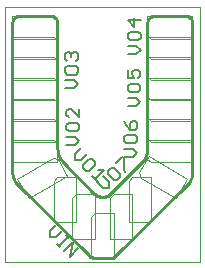
<source format=gto>
G75*
%MOIN*%
%OFA0B0*%
%FSLAX24Y24*%
%IPPOS*%
%LPD*%
%AMOC8*
5,1,8,0,0,1.08239X$1,22.5*
%
%ADD10C,0.0000*%
%ADD11C,0.0100*%
%ADD12C,0.0040*%
%ADD13C,0.0080*%
D10*
X002392Y002517D02*
X002392Y011017D01*
X008892Y011017D01*
X008892Y002517D01*
X002392Y002517D01*
D11*
X002793Y005116D02*
X005185Y002724D01*
X005382Y002642D02*
X005943Y002642D01*
X006068Y002693D02*
X008495Y005120D01*
X008642Y005474D02*
X008642Y010479D01*
X008641Y010479D02*
X008639Y010506D01*
X008634Y010533D01*
X008626Y010559D01*
X008615Y010584D01*
X008601Y010607D01*
X008584Y010628D01*
X008565Y010647D01*
X008544Y010664D01*
X008521Y010678D01*
X008496Y010689D01*
X008470Y010697D01*
X008443Y010702D01*
X008416Y010704D01*
X007367Y010704D01*
X007340Y010702D01*
X007313Y010697D01*
X007287Y010689D01*
X007262Y010678D01*
X007239Y010664D01*
X007218Y010647D01*
X007199Y010628D01*
X007182Y010607D01*
X007168Y010584D01*
X007157Y010559D01*
X007149Y010533D01*
X007144Y010506D01*
X007142Y010479D01*
X007142Y006276D01*
X006959Y005834D02*
X005907Y004782D01*
X005880Y004757D01*
X005850Y004735D01*
X005819Y004716D01*
X005786Y004701D01*
X005751Y004688D01*
X005715Y004679D01*
X005679Y004674D01*
X005642Y004672D01*
X005605Y004674D01*
X005569Y004679D01*
X005533Y004688D01*
X005498Y004701D01*
X005465Y004716D01*
X005434Y004735D01*
X005404Y004757D01*
X005377Y004782D01*
X004364Y005794D01*
X004142Y006332D02*
X004142Y010479D01*
X004141Y010479D02*
X004139Y010506D01*
X004134Y010533D01*
X004126Y010559D01*
X004115Y010584D01*
X004101Y010607D01*
X004084Y010628D01*
X004065Y010647D01*
X004044Y010664D01*
X004021Y010678D01*
X003996Y010689D01*
X003970Y010697D01*
X003943Y010702D01*
X003916Y010704D01*
X002867Y010704D01*
X002840Y010702D01*
X002813Y010697D01*
X002787Y010689D01*
X002762Y010678D01*
X002739Y010664D01*
X002718Y010647D01*
X002699Y010628D01*
X002682Y010607D01*
X002668Y010584D01*
X002657Y010559D01*
X002649Y010533D01*
X002644Y010506D01*
X002642Y010479D01*
X002642Y005480D01*
X002644Y005440D01*
X002648Y005399D01*
X002656Y005360D01*
X002667Y005321D01*
X002681Y005283D01*
X002698Y005246D01*
X002718Y005211D01*
X002740Y005177D01*
X002765Y005146D01*
X002793Y005116D01*
X004365Y005795D02*
X004328Y005834D01*
X004294Y005877D01*
X004263Y005921D01*
X004235Y005968D01*
X004211Y006016D01*
X004190Y006066D01*
X004173Y006118D01*
X004159Y006170D01*
X004150Y006224D01*
X004144Y006278D01*
X004142Y006332D01*
X006959Y005834D02*
X006992Y005870D01*
X007023Y005909D01*
X007050Y005949D01*
X007074Y005992D01*
X007094Y006037D01*
X007111Y006083D01*
X007125Y006130D01*
X007134Y006178D01*
X007140Y006227D01*
X007142Y006276D01*
X008642Y005474D02*
X008640Y005430D01*
X008634Y005387D01*
X008625Y005345D01*
X008612Y005303D01*
X008595Y005263D01*
X008575Y005224D01*
X008552Y005187D01*
X008525Y005153D01*
X008496Y005120D01*
X006068Y002693D02*
X006051Y002678D01*
X006031Y002665D01*
X006011Y002654D01*
X005989Y002647D01*
X005966Y002643D01*
X005943Y002641D01*
X005382Y002641D02*
X005351Y002643D01*
X005320Y002648D01*
X005290Y002657D01*
X005261Y002669D01*
X005233Y002684D01*
X005207Y002702D01*
X005184Y002723D01*
D12*
X005267Y002642D02*
X005267Y004017D01*
X005392Y004142D01*
X006017Y004142D01*
X006017Y002642D01*
X005267Y002642D01*
X005392Y003267D02*
X004642Y003267D01*
X004642Y004642D01*
X004767Y004767D01*
X005392Y004767D01*
X005392Y003267D01*
X005892Y003267D02*
X005892Y004642D01*
X006017Y004767D01*
X006642Y004767D01*
X006642Y003267D01*
X005892Y003267D01*
X006517Y003829D02*
X006517Y005204D01*
X006642Y005329D01*
X007267Y005329D01*
X007267Y003829D01*
X006517Y003829D01*
X006913Y005317D02*
X006867Y005488D01*
X007180Y006029D01*
X008479Y005279D01*
X008104Y004629D01*
X006913Y005317D01*
X007267Y005829D02*
X007142Y005954D01*
X007142Y006579D01*
X008642Y006579D01*
X008642Y005829D01*
X007267Y005829D01*
X007267Y006517D02*
X007142Y006642D01*
X007142Y007267D01*
X008642Y007267D01*
X008642Y006517D01*
X007267Y006517D01*
X007267Y007204D02*
X007142Y007329D01*
X007142Y007954D01*
X008642Y007954D01*
X008642Y007204D01*
X007267Y007204D01*
X007267Y007892D02*
X007142Y008017D01*
X007142Y008642D01*
X008642Y008642D01*
X008642Y007892D01*
X007267Y007892D01*
X007267Y008579D02*
X007142Y008704D01*
X007142Y009329D01*
X008642Y009329D01*
X008642Y008579D01*
X007267Y008579D01*
X007267Y009267D02*
X007142Y009392D01*
X007142Y010017D01*
X008642Y010017D01*
X008642Y009267D01*
X007267Y009267D01*
X007267Y009954D02*
X007142Y010079D01*
X007142Y010704D01*
X008642Y010704D01*
X008642Y009954D01*
X007267Y009954D01*
X004142Y009954D02*
X002642Y009954D01*
X002642Y010704D01*
X004017Y010704D01*
X004142Y010579D01*
X004142Y009954D01*
X004142Y009892D02*
X004017Y010017D01*
X002642Y010017D01*
X002642Y009267D01*
X004142Y009267D01*
X004142Y009892D01*
X004017Y009329D02*
X004142Y009204D01*
X004142Y008579D01*
X002642Y008579D01*
X002642Y009329D01*
X004017Y009329D01*
X004017Y008642D02*
X004142Y008517D01*
X004142Y007892D01*
X002642Y007892D01*
X002642Y008642D01*
X004017Y008642D01*
X004017Y007954D02*
X004142Y007829D01*
X004142Y007204D01*
X002642Y007204D01*
X002642Y007954D01*
X004017Y007954D01*
X004017Y007267D02*
X004142Y007142D01*
X004142Y006517D01*
X002642Y006517D01*
X002642Y007267D01*
X004017Y007267D01*
X004017Y006579D02*
X004142Y006454D01*
X004142Y005829D01*
X002642Y005829D01*
X002642Y006579D01*
X004017Y006579D01*
X003995Y005966D02*
X004166Y005921D01*
X004479Y005379D01*
X003180Y004629D01*
X002805Y005279D01*
X003995Y005966D01*
X004142Y005329D02*
X004017Y005204D01*
X004017Y003829D01*
X004767Y003829D01*
X004767Y005329D01*
X004142Y005329D01*
D13*
X004735Y005918D02*
X004933Y005918D01*
X005131Y006116D01*
X004933Y006314D02*
X004735Y006116D01*
X004735Y005918D01*
X005011Y005741D02*
X005011Y005642D01*
X005110Y005542D01*
X005209Y005542D01*
X005407Y005741D01*
X005407Y005840D01*
X005308Y005939D01*
X005209Y005939D01*
X005011Y005741D01*
X005287Y005366D02*
X005485Y005167D01*
X005460Y005165D02*
X005658Y004967D01*
X005856Y004967D01*
X005856Y005165D01*
X005658Y005363D01*
X005835Y005441D02*
X006033Y005243D01*
X006132Y005243D01*
X006231Y005342D01*
X006231Y005441D01*
X006033Y005639D01*
X005934Y005639D01*
X005835Y005540D01*
X005835Y005441D01*
X005683Y005564D02*
X005386Y005266D01*
X005485Y005564D02*
X005683Y005564D01*
X006111Y005816D02*
X006309Y006015D01*
X006359Y005965D01*
X006359Y005569D01*
X006408Y005519D01*
X006369Y005994D02*
X006649Y005994D01*
X006789Y006134D01*
X006649Y006274D01*
X006369Y006274D01*
X006439Y006455D02*
X006719Y006455D01*
X006789Y006525D01*
X006789Y006665D01*
X006719Y006735D01*
X006439Y006735D01*
X006369Y006665D01*
X006369Y006525D01*
X006439Y006455D01*
X006579Y006915D02*
X006579Y007125D01*
X006649Y007195D01*
X006719Y007195D01*
X006789Y007125D01*
X006789Y006985D01*
X006719Y006915D01*
X006579Y006915D01*
X006439Y007055D01*
X006369Y007195D01*
X006481Y007707D02*
X006762Y007707D01*
X006902Y007847D01*
X006762Y007987D01*
X006481Y007987D01*
X006551Y008167D02*
X006832Y008167D01*
X006902Y008237D01*
X006902Y008377D01*
X006832Y008447D01*
X006551Y008447D01*
X006481Y008377D01*
X006481Y008237D01*
X006551Y008167D01*
X006481Y008627D02*
X006691Y008627D01*
X006621Y008768D01*
X006621Y008838D01*
X006691Y008908D01*
X006832Y008908D01*
X006902Y008838D01*
X006902Y008698D01*
X006832Y008627D01*
X006481Y008627D02*
X006481Y008908D01*
X006494Y009432D02*
X006774Y009432D01*
X006914Y009572D01*
X006774Y009712D01*
X006494Y009712D01*
X006564Y009892D02*
X006844Y009892D01*
X006914Y009962D01*
X006914Y010102D01*
X006844Y010172D01*
X006564Y010172D01*
X006494Y010102D01*
X006494Y009962D01*
X006564Y009892D01*
X006704Y010352D02*
X006704Y010633D01*
X006914Y010563D02*
X006494Y010563D01*
X006704Y010352D01*
X004820Y009423D02*
X004820Y009283D01*
X004750Y009213D01*
X004610Y009353D02*
X004610Y009423D01*
X004680Y009493D01*
X004750Y009493D01*
X004820Y009423D01*
X004610Y009423D02*
X004540Y009493D01*
X004470Y009493D01*
X004400Y009423D01*
X004400Y009283D01*
X004470Y009213D01*
X004470Y009033D02*
X004400Y008963D01*
X004400Y008823D01*
X004470Y008753D01*
X004750Y008753D01*
X004820Y008823D01*
X004820Y008963D01*
X004750Y009033D01*
X004470Y009033D01*
X004400Y008572D02*
X004680Y008572D01*
X004820Y008432D01*
X004680Y008292D01*
X004400Y008292D01*
X004514Y007602D02*
X004444Y007531D01*
X004444Y007391D01*
X004514Y007321D01*
X004514Y007141D02*
X004444Y007071D01*
X004444Y006931D01*
X004514Y006861D01*
X004794Y006861D01*
X004864Y006931D01*
X004864Y007071D01*
X004794Y007141D01*
X004514Y007141D01*
X004864Y007321D02*
X004584Y007602D01*
X004514Y007602D01*
X004864Y007602D02*
X004864Y007321D01*
X004724Y006681D02*
X004444Y006681D01*
X004724Y006681D02*
X004864Y006541D01*
X004724Y006400D01*
X004444Y006400D01*
X004105Y003722D02*
X003906Y003524D01*
X003906Y003325D01*
X004105Y003325D01*
X004303Y003524D01*
X004430Y003396D02*
X004529Y003297D01*
X004480Y003347D02*
X004182Y003049D01*
X004133Y003099D02*
X004232Y003000D01*
X004350Y002882D02*
X004647Y003179D01*
X004548Y002684D01*
X004845Y002981D01*
M02*

</source>
